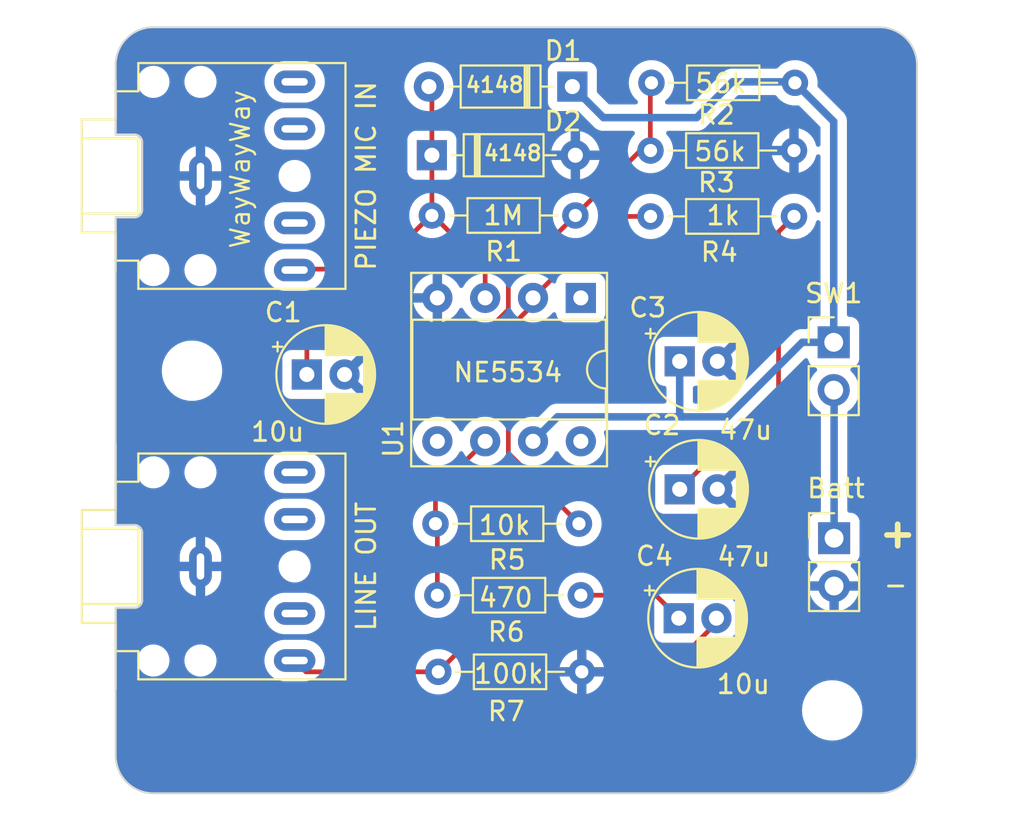
<source format=kicad_pcb>
(kicad_pcb (version 20221018) (generator pcbnew)
  (layers (0 "F.Cu" signal) (31 "B.Cu" signal) (34 "B.Paste" user) (35 "F.Paste" user) (36 "B.SilkS" user "B.Silkscreen") (37 "F.SilkS" user "F.Silkscreen") (38 "B.Mask" user) (39 "F.Mask" user) (44 "Edge.Cuts" user))
  (net 0 "")
  (net 1 "Net-(BT1-+)")
  (net 2 "GND")
  (net 3 "Net-(C1-Pad1)")
  (net 4 "Net-(C2-Pad1)")
  (net 5 "/VCC")
  (net 6 "Net-(C4-Pad1)")
  (net 7 "Net-(C4-Pad2)")
  (net 8 "Net-(D1-A)")
  (net 9 "Net-(U1--)")
  (net 10 "Net-(R5-Pad2)")
  (footprint "Package_DIP:DIP-8_W7.62mm_Socket" (layer "F.Cu") (at 81.45 57.13 -90)
    (fp_text reference "U1" (at 7.49 9.96 90) (layer "F.SilkS"))
    (fp_text value "NE5534" (at 3.96 3.88 -180) (layer "F.SilkS"))
    (pad "1" thru_hole rect (at 0 0 270) (size 1.6 1.6) (drill 0.8) (layers "*.Cu" "*.Mask"))
    (pad "2" thru_hole oval (at 0 2.54 270) (size 1.6 1.6) (drill 0.8) (layers "*.Cu" "*.Mask") (net 9 "Net-(U1--)"))
    (pad "3" thru_hole oval (at 0 5.08 270) (size 1.6 1.6) (drill 0.8) (layers "*.Cu" "*.Mask") (net 8 "Net-(D1-A)"))
    (pad "4" thru_hole oval (at 0 7.62 270) (size 1.6 1.6) (drill 0.8) (layers "*.Cu" "*.Mask") (net 2 "GND"))
    (pad "5" thru_hole oval (at 7.62 7.62 270) (size 1.6 1.6) (drill 0.8) (layers "*.Cu" "*.Mask"))
    (pad "6" thru_hole oval (at 7.62 5.08 270) (size 1.6 1.6) (drill 0.8) (layers "*.Cu" "*.Mask") (net 10 "Net-(R5-Pad2)"))
    (pad "7" thru_hole oval (at 7.62 2.54 270) (size 1.6 1.6) (drill 0.8) (layers "*.Cu" "*.Mask") (net 5 "/VCC"))
    (pad "8" thru_hole oval (at 7.62 0 270) (size 1.6 1.6) (drill 0.8) (layers "*.Cu" "*.Mask"))
  )
  (footprint "Resistor_THT:R_Axial_DIN0204_L3.6mm_D1.6mm_P7.62mm_Horizontal" (layer "F.Cu") (at 81.35 69.13 180)
    (fp_text reference "R5" (at 3.81 -1.92) (layer "F.SilkS"))
    (fp_text value "10k" (at 3.95 -0.08) (layer "F.SilkS"))
    (pad "1" thru_hole circle (at 0 0 180) (size 1.4 1.4) (drill 0.7) (layers "*.Cu" "*.Mask") (net 9 "Net-(U1--)"))
    (pad "2" thru_hole oval (at 7.62 0 180) (size 1.4 1.4) (drill 0.7) (layers "*.Cu" "*.Mask") (net 10 "Net-(R5-Pad2)"))
  )
  (footprint "Connector_Audio:Jack_3.5mm_CUI_SJ1-3525N_Horizontal" (layer "F.Cu") (at 61.25 50.65 -90)
    (fp_text reference "PIEZO MIC IN" (at 0 -8.8 90) (layer "F.SilkS"))
    (fp_text value "Piezo Mic")
    (fp_line (start -2.2 3.5) (end -2.2 4.5) (stroke (width 0.12)) (layer "Edge.Cuts"))
    (fp_line (start -2.2 4.5) (end -5.08 4.5) (stroke (width 0.12)) (layer "Edge.Cuts"))
    (fp_line (start 1.8 3.1) (end -1.8 3.1) (stroke (width 0.12)) (layer "Edge.Cuts"))
    (fp_line (start 2.2 3.5) (end 2.2 4.5) (stroke (width 0.12)) (layer "Edge.Cuts"))
    (fp_line (start 2.2 4.5) (end 5.08 4.5) (stroke (width 0.12)) (layer "Edge.Cuts"))
    (fp_arc (start -2.2 3.5) (mid -2.082842 3.217158) (end -1.8 3.1) (stroke (width 0.12)) (layer "Edge.Cuts"))
    (fp_arc (start 1.8 3.1) (mid 2.082843 3.217157) (end 2.2 3.5) (stroke (width 0.12)) (layer "Edge.Cuts"))
    (pad "" np_thru_hole circle (at -5 0 270) (size 1.2 1.2) (drill 1.2) (layers "*.Cu"))
    (pad "" np_thru_hole circle (at -5 2.5 270) (size 1.2 1.2) (drill 1.2) (layers "*.Cu"))
    (pad "" np_thru_hole circle (at 0 -5 270) (size 1.2 1.2) (drill 1.2) (layers "*.Cu"))
    (pad "" np_thru_hole circle (at 5 0 270) (size 1.2 1.2) (drill 1.2) (layers "*.Cu"))
    (pad "" np_thru_hole circle (at 5 2.5 270) (size 1.2 1.2) (drill 1.2) (layers "*.Cu"))
    (pad "R" thru_hole oval (at -5 -5 270) (size 1.2 2.2) (drill oval 0.4 1.4) (layers "*.Cu" "*.Mask"))
    (pad "RN" thru_hole oval (at -2.5 -5 270) (size 1.2 2.2) (drill oval 0.4 1.4) (layers "*.Cu" "*.Mask"))
    (pad "S" thru_hole oval (at 0 0 270) (size 2.2 1.2) (drill oval 1.4 0.4) (layers "*.Cu" "*.Mask") (net 2 "GND"))
    (pad "T" thru_hole oval (at 5 -5 90) (size 1.2 2.2) (drill oval 0.4 1.4) (layers "*.Cu" "*.Mask") (net 8 "Net-(D1-A)"))
    (pad "TN" thru_hole oval (at 2.5 -5 90) (size 1.2 2.2) (drill oval 0.4 1.4) (layers "*.Cu" "*.Mask"))
  )
  (footprint "Capacitor_THT:CP_Radial_D5.0mm_P2.00mm" (layer "F.Cu") (at 86.65 74.15)
    (fp_text reference "C4" (at -1.294888 -3.3) (layer "F.SilkS"))
    (fp_text value "10u" (at 3.43 3.51) (layer "F.SilkS"))
    (pad "1" thru_hole rect (at 0 0) (size 1.6 1.6) (drill 0.8) (layers "*.Cu" "*.Mask") (net 6 "Net-(C4-Pad1)"))
    (pad "2" thru_hole circle (at 2 0) (size 1.6 1.6) (drill 0.8) (layers "*.Cu" "*.Mask") (net 7 "Net-(C4-Pad2)"))
  )
  (footprint "MountingHole:MountingHole_2.7mm_M2.5" (layer "F.Cu") (at 60.8 61)
    (fp_text reference "REF**" hide)
    (fp_text value "MountingHole_2.7mm_M2.5")
    (pad "" np_thru_hole circle (at 0 0) (size 2.7 2.7) (drill 2.7) (layers "*.Cu" "*.Mask"))
  )
  (footprint "Resistor_THT:R_Axial_DIN0204_L3.6mm_D1.6mm_P7.62mm_Horizontal" (layer "F.Cu") (at 73.88 77)
    (fp_text reference "R7" (at 3.61 2.1) (layer "F.SilkS"))
    (fp_text value "100k" (at 3.74 0.11) (layer "F.SilkS"))
    (pad "1" thru_hole circle (at 0 0) (size 1.4 1.4) (drill 0.7) (layers "*.Cu" "*.Mask") (net 7 "Net-(C4-Pad2)"))
    (pad "2" thru_hole oval (at 7.62 0) (size 1.4 1.4) (drill 0.7) (layers "*.Cu" "*.Mask") (net 2 "GND"))
  )
  (footprint "Connector_Audio:Jack_3.5mm_CUI_SJ1-3525N_Horizontal" (layer "F.Cu") (at 61.25 71.4 -90)
    (fp_text reference "LINE OUT" (at 0 -8.8 90) (layer "F.SilkS"))
    (fp_text value "Audio Out")
    (fp_line (start -2.2 3.5) (end -2.2 4.5) (stroke (width 0.12)) (layer "Edge.Cuts"))
    (fp_line (start -2.2 4.5) (end -6.5 4.5) (stroke (width 0.12)) (layer "Edge.Cuts"))
    (fp_line (start 1.8 3.1) (end -1.8 3.1) (stroke (width 0.12)) (layer "Edge.Cuts"))
    (fp_line (start 2.2 3.5) (end 2.2 4.5) (stroke (width 0.12)) (layer "Edge.Cuts"))
    (fp_line (start 2.2 4.5) (end 6.5 4.5) (stroke (width 0.12)) (layer "Edge.Cuts"))
    (fp_arc (start -2.2 3.5) (mid -2.082842 3.217158) (end -1.8 3.1) (stroke (width 0.12)) (layer "Edge.Cuts"))
    (fp_arc (start 1.8 3.1) (mid 2.082843 3.217157) (end 2.2 3.5) (stroke (width 0.12)) (layer "Edge.Cuts"))
    (pad "" np_thru_hole circle (at -5 0 270) (size 1.2 1.2) (drill 1.2) (layers "*.Cu"))
    (pad "" np_thru_hole circle (at -5 2.5 270) (size 1.2 1.2) (drill 1.2) (layers "*.Cu"))
    (pad "" np_thru_hole circle (at 0 -5 270) (size 1.2 1.2) (drill 1.2) (layers "*.Cu"))
    (pad "" np_thru_hole circle (at 5 0 270) (size 1.2 1.2) (drill 1.2) (layers "*.Cu"))
    (pad "" np_thru_hole circle (at 5 2.5 270) (size 1.2 1.2) (drill 1.2) (layers "*.Cu"))
    (pad "R" thru_hole oval (at -5 -5 270) (size 1.2 2.2) (drill oval 0.4 1.4) (layers "*.Cu" "*.Mask"))
    (pad "RN" thru_hole oval (at -2.5 -5 270) (size 1.2 2.2) (drill oval 0.4 1.4) (layers "*.Cu" "*.Mask"))
    (pad "S" thru_hole oval (at 0 0 270) (size 2.2 1.2) (drill oval 1.4 0.4) (layers "*.Cu" "*.Mask") (net 2 "GND"))
    (pad "T" thru_hole oval (at 5 -5 90) (size 1.2 2.2) (drill oval 0.4 1.4) (layers "*.Cu" "*.Mask") (net 7 "Net-(C4-Pad2)"))
    (pad "TN" thru_hole oval (at 2.5 -5 90) (size 1.2 2.2) (drill oval 0.4 1.4) (layers "*.Cu" "*.Mask"))
  )
  (footprint "Resistor_THT:R_Axial_DIN0204_L3.6mm_D1.6mm_P7.62mm_Horizontal" (layer "F.Cu") (at 85.15 49.3)
    (fp_text reference "R3" (at 3.5 1.7) (layer "F.SilkS"))
    (fp_text value "56k" (at 3.69 0.05) (layer "F.SilkS"))
    (pad "1" thru_hole circle (at 0 0) (size 1.4 1.4) (drill 0.7) (layers "*.Cu" "*.Mask") (net 3 "Net-(C1-Pad1)"))
    (pad "2" thru_hole oval (at 7.62 0) (size 1.4 1.4) (drill 0.7) (layers "*.Cu" "*.Mask") (net 2 "GND"))
  )
  (footprint "Connector_PinHeader_2.54mm:PinHeader_1x02_P2.54mm_Vertical" (layer "F.Cu") (at 94.88 59.49)
    (fp_text reference "SW1" (at 0 -2.6) (layer "F.SilkS"))
    (fp_text value "SPST")
    (pad "1" thru_hole rect (at 0 0) (size 1.7 1.7) (drill 1) (layers "*.Cu" "*.Mask") (net 5 "/VCC"))
    (pad "2" thru_hole oval (at 0 2.54) (size 1.7 1.7) (drill 1) (layers "*.Cu" "*.Mask") (net 1 "Net-(BT1-+)"))
  )
  (footprint "Resistor_THT:R_Axial_DIN0204_L3.6mm_D1.6mm_P7.62mm_Horizontal" (layer "F.Cu") (at 92.82 45.7 180)
    (fp_text reference "R2" (at 4.17 -1.7) (layer "F.SilkS"))
    (fp_text value "56k" (at 3.93 -0.03) (layer "F.SilkS"))
    (pad "1" thru_hole circle (at 0 0 180) (size 1.4 1.4) (drill 0.7) (layers "*.Cu" "*.Mask") (net 5 "/VCC"))
    (pad "2" thru_hole oval (at 7.62 0 180) (size 1.4 1.4) (drill 0.7) (layers "*.Cu" "*.Mask") (net 3 "Net-(C1-Pad1)"))
  )
  (footprint "Capacitor_THT:CP_Radial_D5.0mm_P2.00mm" (layer "F.Cu") (at 86.7 60.5)
    (fp_text reference "C3" (at -1.7 -2.85) (layer "F.SilkS"))
    (fp_text value "47u" (at 3.5 3.65) (layer "F.SilkS"))
    (pad "1" thru_hole rect (at 0 0) (size 1.6 1.6) (drill 0.8) (layers "*.Cu" "*.Mask") (net 5 "/VCC"))
    (pad "2" thru_hole circle (at 2 0) (size 1.6 1.6) (drill 0.8) (layers "*.Cu" "*.Mask") (net 2 "GND"))
  )
  (footprint "Connector_PinHeader_2.54mm:PinHeader_1x02_P2.54mm_Vertical" (layer "F.Cu") (at 94.9 69.9)
    (fp_text reference "Batt" (at 0.1 -2.65) (layer "F.SilkS"))
    (fp_text value "9V")
    (pad "1" thru_hole rect (at 0 0) (size 1.7 1.7) (drill 1) (layers "*.Cu" "*.Mask") (net 1 "Net-(BT1-+)"))
    (pad "2" thru_hole oval (at 0 2.54) (size 1.7 1.7) (drill 1) (layers "*.Cu" "*.Mask") (net 2 "GND"))
  )
  (footprint "Capacitor_THT:CP_Radial_D5.0mm_P2.00mm" (layer "F.Cu") (at 66.9 61.2)
    (fp_text reference "C1" (at -1.255112 -3.3) (layer "F.SilkS"))
    (fp_text value "10u" (at -1.55 3.05) (layer "F.SilkS"))
    (pad "1" thru_hole rect (at 0 0) (size 1.6 1.6) (drill 0.8) (layers "*.Cu" "*.Mask") (net 3 "Net-(C1-Pad1)"))
    (pad "2" thru_hole circle (at 2 0) (size 1.6 1.6) (drill 0.8) (layers "*.Cu" "*.Mask") (net 2 "GND"))
  )
  (footprint "Resistor_THT:R_Axial_DIN0204_L3.6mm_D1.6mm_P7.62mm_Horizontal" (layer "F.Cu") (at 73.83 72.93)
    (fp_text reference "R6" (at 3.66 1.95) (layer "F.SilkS"))
    (fp_text value "470" (at 3.63 0.13) (layer "F.SilkS"))
    (pad "1" thru_hole circle (at 0 0) (size 1.4 1.4) (drill 0.7) (layers "*.Cu" "*.Mask") (net 10 "Net-(R5-Pad2)"))
    (pad "2" thru_hole oval (at 7.62 0) (size 1.4 1.4) (drill 0.7) (layers "*.Cu" "*.Mask") (net 6 "Net-(C4-Pad1)"))
  )
  (footprint "Resistor_THT:R_Axial_DIN0204_L3.6mm_D1.6mm_P7.62mm_Horizontal" (layer "F.Cu") (at 85.15 52.8)
    (fp_text reference "R4" (at 3.65 1.9) (layer "F.SilkS"))
    (fp_text value "1k" (at 3.86 -0.05) (layer "F.SilkS"))
    (pad "1" thru_hole circle (at 0 0) (size 1.4 1.4) (drill 0.7) (layers "*.Cu" "*.Mask") (net 9 "Net-(U1--)"))
    (pad "2" thru_hole oval (at 7.62 0) (size 1.4 1.4) (drill 0.7) (layers "*.Cu" "*.Mask") (net 4 "Net-(C2-Pad1)"))
  )
  (footprint "Diode_THT:D_DO-35_SOD27_P7.62mm_Horizontal" (layer "F.Cu") (at 73.54 49.55)
    (fp_text reference "D2" (at 6.96 -1.8) (layer "F.SilkS"))
    (fp_text value "4148" (at 4.29 -0.11) (layer "F.SilkS") (effects (font (size 0.8 0.8))))
    (pad "1" thru_hole rect (at 0 0) (size 1.6 1.6) (drill 0.8) (layers "*.Cu" "*.Mask") (net 8 "Net-(D1-A)"))
    (pad "2" thru_hole oval (at 7.62 0) (size 1.6 1.6) (drill 0.8) (layers "*.Cu" "*.Mask") (net 2 "GND"))
  )
  (footprint "Diode_THT:D_DO-35_SOD27_P7.62mm_Horizontal" (layer "F.Cu") (at 81 45.9 180)
    (fp_text reference "D1" (at 0.5 1.9) (layer "F.SilkS"))
    (fp_text value "4148" (at 4.13 0.09) (layer "F.SilkS") (effects (font (size 0.8 0.8))))
    (pad "1" thru_hole rect (at 0 0 180) (size 1.6 1.6) (drill 0.8) (layers "*.Cu" "*.Mask") (net 5 "/VCC"))
    (pad "2" thru_hole oval (at 7.62 0 180) (size 1.6 1.6) (drill 0.8) (layers "*.Cu" "*.Mask") (net 8 "Net-(D1-A)"))
  )
  (footprint "Resistor_THT:R_Axial_DIN0204_L3.6mm_D1.6mm_P7.62mm_Horizontal" (layer "F.Cu") (at 81.16 52.75 180)
    (fp_text reference "R1" (at 3.81 -1.92) (layer "F.SilkS"))
    (fp_text value "1M" (at 3.82 0) (layer "F.SilkS"))
    (pad "1" thru_hole circle (at 0 0 180) (size 1.4 1.4) (drill 0.7) (layers "*.Cu" "*.Mask") (net 3 "Net-(C1-Pad1)"))
    (pad "2" thru_hole oval (at 7.62 0 180) (size 1.4 1.4) (drill 0.7) (layers "*.Cu" "*.Mask") (net 8 "Net-(D1-A)"))
  )
  (footprint "MountingHole:MountingHole_2.7mm_M2.5" (layer "F.Cu") (at 94.8 79.05)
    (fp_text reference "REF**" hide)
    (fp_text value "MountingHole_2.7mm_M2.5")
    (pad "" np_thru_hole circle (at 0 0) (size 2.7 2.7) (drill 2.7) (layers "*.Cu" "*.Mask"))
  )
  (footprint "Capacitor_THT:CP_Radial_D5.0mm_P2.00mm" (layer "F.Cu") (at 86.7 67.3)
    (fp_text reference "C2" (at -0.944888 -3.4) (layer "F.SilkS"))
    (fp_text value "47u" (at 3.4 3.59) (layer "F.SilkS"))
    (pad "1" thru_hole rect (at 0 0) (size 1.6 1.6) (drill 0.8) (layers "*.Cu" "*.Mask") (net 4 "Net-(C2-Pad1)"))
    (pad "2" thru_hole circle (at 2 0) (size 1.6 1.6) (drill 0.8) (layers "*.Cu" "*.Mask") (net 2 "GND"))
  )
  (gr_line (start 56.75 81.45) (end 56.75 77.9) (stroke (width 0.1)) (layer "Edge.Cuts"))
  (gr_line (start 99.3 44.75) (end 99.3 81.45) (stroke (width 0.1)) (layer "Edge.Cuts"))
  (gr_line (start 56.75 64.9) (end 56.75 55.73) (stroke (width 0.1)) (layer "Edge.Cuts"))
  (gr_arc (start 56.75 44.75) (mid 57.335786 43.335786) (end 58.75 42.75) (stroke (width 0.1)) (layer "Edge.Cuts"))
  (gr_arc (start 99.3 81.45) (mid 98.714214 82.864214) (end 97.3 83.45) (stroke (width 0.1)) (layer "Edge.Cuts"))
  (gr_line (start 56.75 45.57) (end 56.75 44.75) (stroke (width 0.1)) (layer "Edge.Cuts"))
  (gr_arc (start 58.75 83.45) (mid 57.335786 82.864214) (end 56.75 81.45) (stroke (width 0.1)) (layer "Edge.Cuts"))
  (gr_arc (start 97.3 42.75) (mid 98.714214 43.335786) (end 99.3 44.75) (stroke (width 0.1)) (layer "Edge.Cuts"))
  (gr_line (start 97.3 83.45) (end 58.75 83.45) (stroke (width 0.1)) (layer "Edge.Cuts"))
  (gr_line (start 58.75 42.75) (end 97.3 42.75) (stroke (width 0.1)) (layer "Edge.Cuts"))
  (gr_text "Piezo Mic Amplifier v1.0\nDan Larsson 2024" (at 58.65 82.9) (layer "F.Cu") (effects (font (size 1.2 1.2)) (justify left bottom)))
  (gr_text "-" (at 97.45 72.95) (layer "F.SilkS") (effects (font (size 1 1)) (justify left bottom)))
  (gr_text "WayWayWay" (at 63.948409 54.582682 90) (layer "F.SilkS") (effects (font (size 1 1) (thickness 0.125)) (justify left bottom)))
  (gr_text "+" (at 97.15 70.5) (layer "F.SilkS") (effects (font (size 1.5 1.5) (thickness 0.3) bold) (justify left bottom)))
  (segment (start 94.9 62.05) (end 94.88 62.03) (width 0.25) (layer "B.Cu") (net 1))
  (segment (start 94.9 69.81) (end 94.9 62.05) (width 0.4) (layer "B.Cu") (net 1))
  (segment (start 85.14 49.29) (end 85.14 45.65) (width 0.25) (layer "F.Cu") (net 3))
  (segment (start 81.16 52.75) (end 77.6 56.31) (width 0.25) (layer "F.Cu") (net 3))
  (segment (start 81.16 52.75) (end 84.61 49.3) (width 0.25) (layer "F.Cu") (net 3))
  (segment (start 77.6 57.75) (end 76.1 59.25) (width 0.25) (layer "F.Cu") (net 3))
  (segment (start 84.61 49.3) (end 85.15 49.3) (width 0.25) (layer "F.Cu") (net 3))
  (segment (start 85.15 49.3) (end 85.14 49.29) (width 0.25) (layer "F.Cu") (net 3))
  (segment (start 66.9 59.85) (end 66.9 61.2) (width 0.25) (layer "F.Cu") (net 3))
  (segment (start 67.5 59.25) (end 66.9 59.85) (width 0.25) (layer "F.Cu") (net 3))
  (segment (start 76.1 59.25) (end 67.5 59.25) (width 0.25) (layer "F.Cu") (net 3))
  (segment (start 77.6 56.31) (end 77.6 57.75) (width 0.25) (layer "F.Cu") (net 3))
  (segment (start 91.95 53.62) (end 91.95 62.05) (width 0.25) (layer "F.Cu") (net 4))
  (segment (start 91.95 62.05) (end 86.7 67.3) (width 0.25) (layer "F.Cu") (net 4))
  (segment (start 92.77 52.8) (end 91.95 53.62) (width 0.25) (layer "F.Cu") (net 4))
  (segment (start 92.82 45.7) (end 92.77 45.65) (width 0.4) (layer "B.Cu") (net 5))
  (segment (start 86.85 63.45) (end 80.21 63.45) (width 0.4) (layer "B.Cu") (net 5))
  (segment (start 80.21 63.45) (end 80.035 63.625) (width 0.4) (layer "B.Cu") (net 5))
  (segment (start 80.035 63.625) (end 78.91 64.75) (width 0.4) (layer "B.Cu") (net 5))
  (segment (start 87.6 47.55) (end 82.65 47.55) (width 0.4) (layer "B.Cu") (net 5))
  (segment (start 82.65 47.55) (end 81 45.9) (width 0.4) (layer "B.Cu") (net 5))
  (segment (start 89.25 63.45) (end 86.85 63.45) (width 0.4) (layer "B.Cu") (net 5))
  (segment (start 89.5 45.65) (end 87.6 47.55) (width 0.4) (layer "B.Cu") (net 5))
  (segment (start 94.88 47.76) (end 92.82 45.7) (width 0.4) (layer "B.Cu") (net 5))
  (segment (start 94.88 59.49) (end 93.21 59.49) (width 0.4) (layer "B.Cu") (net 5))
  (segment (start 93.21 59.49) (end 89.25 63.45) (width 0.4) (layer "B.Cu") (net 5))
  (segment (start 94.88 59.49) (end 94.88 47.76) (width 0.4) (layer "B.Cu") (net 5))
  (segment (start 92.77 45.65) (end 89.5 45.65) (width 0.4) (layer "B.Cu") (net 5))
  (segment (start 86.7 63.3) (end 86.7 60.5) (width 0.4) (layer "B.Cu") (net 5))
  (segment (start 86.85 63.45) (end 86.7 63.3) (width 0.4) (layer "B.Cu") (net 5))
  (segment (start 85.43 72.93) (end 86.65 74.15) (width 0.25) (layer "F.Cu") (net 6))
  (segment (start 81.45 72.93) (end 85.43 72.93) (width 0.25) (layer "F.Cu") (net 6))
  (segment (start 66.85 77) (end 66.25 76.4) (width 0.25) (layer "F.Cu") (net 7))
  (segment (start 75.28 75.6) (end 73.88 77) (width 0.25) (layer "F.Cu") (net 7))
  (segment (start 87.45 75.6) (end 75.28 75.6) (width 0.25) (layer "F.Cu") (net 7))
  (segment (start 73.88 77) (end 66.85 77) (width 0.25) (layer "F.Cu") (net 7))
  (segment (start 88.65 74.15) (end 88.65 74.4) (width 0.25) (layer "F.Cu") (net 7))
  (segment (start 88.65 74.4) (end 87.45 75.6) (width 0.25) (layer "F.Cu") (net 7))
  (segment (start 73.54 49.55) (end 73.54 46.06) (width 0.25) (layer "F.Cu") (net 8))
  (segment (start 73.54 52.69) (end 76.37 55.52) (width 0.25) (layer "F.Cu") (net 8))
  (segment (start 70.63 55.6) (end 73.54 52.69) (width 0.25) (layer "F.Cu") (net 8))
  (segment (start 73.54 46.06) (end 73.38 45.9) (width 0.25) (layer "F.Cu") (net 8))
  (segment (start 66.55 55.6) (end 70.63 55.6) (width 0.25) (layer "F.Cu") (net 8))
  (segment (start 76.37 55.52) (end 76.37 57.13) (width 0.25) (layer "F.Cu") (net 8))
  (segment (start 73.54 52.75) (end 73.54 49.55) (width 0.25) (layer "F.Cu") (net 8))
  (segment (start 78.91 57.13) (end 83.24 52.8) (width 0.25) (layer "F.Cu") (net 9))
  (segment (start 77.6 58.8) (end 77.6 65.38) (width 0.25) (layer "F.Cu") (net 9))
  (segment (start 78.91 57.13) (end 78.91 57.49) (width 0.25) (layer "F.Cu") (net 9))
  (segment (start 78.91 57.49) (end 77.6 58.8) (width 0.25) (layer "F.Cu") (net 9))
  (segment (start 83.24 52.8) (end 85.15 52.8) (width 0.25) (layer "F.Cu") (net 9))
  (segment (start 77.6 65.38) (end 81.35 69.13) (width 0.25) (layer "F.Cu") (net 9))
  (segment (start 73.73 69.13) (end 73.73 67.39) (width 0.25) (layer "F.Cu") (net 10))
  (segment (start 73.73 67.39) (end 76.37 64.75) (width 0.25) (layer "F.Cu") (net 10))
  (segment (start 73.83 69.23) (end 73.73 69.13) (width 0.25) (layer "F.Cu") (net 10))
  (segment (start 73.83 72.93) (end 73.83 69.23) (width 0.25) (layer "F.Cu") (net 10))
  (zone (net 2) (net_name "GND") (layer "B.Cu") (connect_pads (clearance 0.5)) (min_thickness 0.25) (fill yes (thermal_gap 0.5) (thermal_bridge_width 0.5))
    (polygon (pts (xy 55.1 41.3) (xy 100.9 41.5) (xy 100.55 84.75) (xy 55.55 84.95)))
  )
)
</source>
